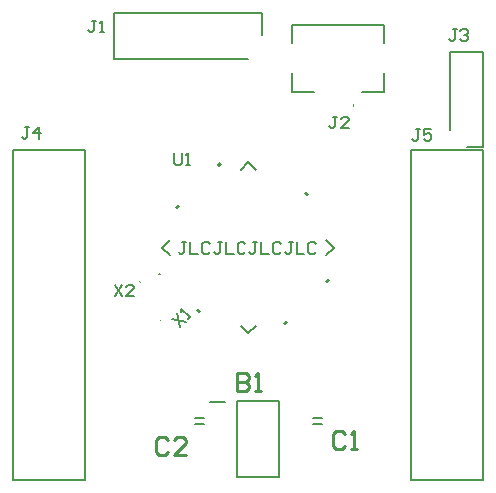
<source format=gto>
G04*
G04 #@! TF.GenerationSoftware,Altium Limited,Altium Designer,23.11.1 (41)*
G04*
G04 Layer_Color=65535*
%FSLAX25Y25*%
%MOIN*%
G70*
G04*
G04 #@! TF.SameCoordinates,699D02C0-9AC9-4603-9118-91A02CF6E2C1*
G04*
G04*
G04 #@! TF.FilePolarity,Positive*
G04*
G01*
G75*
%ADD10C,0.00600*%
%ADD11C,0.00394*%
%ADD12C,0.00787*%
%ADD13C,0.00500*%
%ADD14C,0.00602*%
%ADD15C,0.01000*%
G36*
X61922Y58806D02*
X61215Y58099D01*
X62275Y57039D01*
X62982Y57746D01*
X61922Y58806D01*
D02*
G37*
G36*
X91383Y54631D02*
X90322Y53570D01*
X91029Y52863D01*
X92090Y53923D01*
X91383Y54631D01*
D02*
G37*
G36*
X105302Y68550D02*
X104242Y67489D01*
X104949Y66782D01*
X106009Y67843D01*
X105302Y68550D01*
D02*
G37*
G36*
X56023Y92775D02*
X54962Y91714D01*
X54255Y92421D01*
X55315Y93482D01*
X56023Y92775D01*
D02*
G37*
G36*
X69942Y106694D02*
X68881Y105634D01*
X68174Y106341D01*
X69235Y107401D01*
X69942Y106694D01*
D02*
G37*
G36*
X97282Y96951D02*
X97989Y97658D01*
X99050Y96597D01*
X98343Y95890D01*
X97282Y96951D01*
D02*
G37*
D10*
X49529Y70108D02*
X48928D01*
X49529D01*
X50173Y78740D02*
X52668Y81236D01*
X78740Y107307D02*
X81236Y104812D01*
X104812Y76245D02*
X107307Y78740D01*
X76245Y52668D02*
X78740Y50173D01*
X50173Y78740D02*
X52668Y76245D01*
X76245Y104812D02*
X78740Y107307D01*
X104812Y81236D02*
X107307Y78740D01*
X78740Y50173D02*
X81236Y52668D01*
D11*
X42712Y67430D02*
X42434Y67708D01*
X42712Y67430D01*
X113842Y126508D02*
Y126114D01*
Y126508D01*
X49494Y54767D02*
X49216Y54489D01*
X49494Y54767D01*
D12*
X24374Y1299D02*
Y111299D01*
X374Y1299D02*
X24374D01*
X374D02*
Y111299D01*
X15374D01*
X10374D02*
X24374D01*
X75110Y27795D02*
X88890D01*
Y2205D02*
Y27795D01*
X75110Y2205D02*
X88890D01*
X75110D02*
Y27795D01*
X66154Y27303D02*
X71075D01*
X124079Y147118D02*
Y152945D01*
X93370D02*
X124079D01*
X93370Y147118D02*
Y152945D01*
X124079Y130780D02*
Y136882D01*
X116598Y130780D02*
X124079D01*
X93370D02*
X100850D01*
X93370D02*
Y136882D01*
X83512Y149606D02*
Y157106D01*
X33965D02*
X83512D01*
X33965Y141606D02*
Y157106D01*
Y141606D02*
X75740D01*
X78740D01*
X151575Y112323D02*
X157087D01*
Y143898D01*
X146063D02*
X157087D01*
X146063Y118110D02*
Y143898D01*
X143051Y111299D02*
X157051D01*
X133051D02*
X148051D01*
X133051Y1299D02*
Y111299D01*
Y1299D02*
X157051D01*
Y111299D01*
X58165Y80713D02*
X56853D01*
X57509D01*
Y77433D01*
X56853Y76777D01*
X56198D01*
X55541Y77433D01*
X59477Y80713D02*
Y76777D01*
X62101D01*
X66037Y80057D02*
X65381Y80713D01*
X64069D01*
X63413Y80057D01*
Y77433D01*
X64069Y76777D01*
X65381D01*
X66037Y77433D01*
X69973Y80713D02*
X68661D01*
X69317D01*
Y77433D01*
X68661Y76777D01*
X68005D01*
X67349Y77433D01*
X71285Y80713D02*
Y76777D01*
X73908D01*
X77844Y80057D02*
X77188Y80713D01*
X75876D01*
X75220Y80057D01*
Y77433D01*
X75876Y76777D01*
X77188D01*
X77844Y77433D01*
X81780Y80713D02*
X80468D01*
X81124D01*
Y77433D01*
X80468Y76777D01*
X79812D01*
X79156Y77433D01*
X83092Y80713D02*
Y76777D01*
X85716D01*
X89651Y80057D02*
X88995Y80713D01*
X87683D01*
X87027Y80057D01*
Y77433D01*
X87683Y76777D01*
X88995D01*
X89651Y77433D01*
X93587Y80713D02*
X92275D01*
X92931D01*
Y77433D01*
X92275Y76777D01*
X91619D01*
X90963Y77433D01*
X94899Y80713D02*
Y76777D01*
X97523D01*
X101459Y80057D02*
X100803Y80713D01*
X99491D01*
X98835Y80057D01*
Y77433D01*
X99491Y76777D01*
X100803D01*
X101459Y77433D01*
D13*
X100500Y22000D02*
X103500D01*
X100500Y20000D02*
X103500D01*
X61000Y22000D02*
X64000D01*
X61000Y20000D02*
X64000D01*
D14*
X54116Y110208D02*
Y106928D01*
X54772Y106272D01*
X56084D01*
X56740Y106928D01*
Y110208D01*
X58052Y106272D02*
X59364D01*
X58708D01*
Y110208D01*
X58052Y109552D01*
X5844Y118968D02*
X4532D01*
X5188D01*
Y115688D01*
X4532Y115032D01*
X3876D01*
X3220Y115688D01*
X9124Y115032D02*
Y118968D01*
X7156Y117000D01*
X9780D01*
X34220Y66468D02*
X36844Y62532D01*
Y66468D02*
X34220Y62532D01*
X40780D02*
X38156D01*
X40780Y65156D01*
Y65812D01*
X40124Y66468D01*
X38812D01*
X38156Y65812D01*
X108344Y122468D02*
X107032D01*
X107688D01*
Y119188D01*
X107032Y118532D01*
X106376D01*
X105720Y119188D01*
X112280Y118532D02*
X109656D01*
X112280Y121156D01*
Y121812D01*
X111624Y122468D01*
X110312D01*
X109656Y121812D01*
X28000Y154468D02*
X26688D01*
X27344D01*
Y151188D01*
X26688Y150532D01*
X26032D01*
X25376Y151188D01*
X29312Y150532D02*
X30624D01*
X29968D01*
Y154468D01*
X29312Y153812D01*
X53253Y55036D02*
X57891Y54109D01*
X55108Y56892D02*
X56036Y52253D01*
X58819Y55036D02*
X59747Y55964D01*
X59283Y55500D01*
X56500Y58283D01*
Y57355D01*
X148224Y151536D02*
X146912D01*
X147568D01*
Y148256D01*
X146912Y147600D01*
X146256D01*
X145600Y148256D01*
X149536Y150880D02*
X150192Y151536D01*
X151504D01*
X152160Y150880D01*
Y150224D01*
X151504Y149568D01*
X150848D01*
X151504D01*
X152160Y148912D01*
Y148256D01*
X151504Y147600D01*
X150192D01*
X149536Y148256D01*
X135924Y118236D02*
X134612D01*
X135268D01*
Y114956D01*
X134612Y114300D01*
X133956D01*
X133300Y114956D01*
X139860Y118236D02*
X137236D01*
Y116268D01*
X138548Y116924D01*
X139204D01*
X139860Y116268D01*
Y114956D01*
X139204Y114300D01*
X137892D01*
X137236Y114956D01*
D15*
X111000Y16499D02*
X110000Y17499D01*
X108001D01*
X107001Y16499D01*
Y12501D01*
X108001Y11501D01*
X110000D01*
X111000Y12501D01*
X112999Y11501D02*
X114999D01*
X113999D01*
Y17499D01*
X112999Y16499D01*
X75001Y36999D02*
Y31001D01*
X78000D01*
X79000Y32001D01*
Y33000D01*
X78000Y34000D01*
X75001D01*
X78000D01*
X79000Y35000D01*
Y35999D01*
X78000Y36999D01*
X75001D01*
X80999Y31001D02*
X82999D01*
X81999D01*
Y36999D01*
X80999Y35999D01*
X52000Y14499D02*
X51001Y15499D01*
X49001D01*
X48002Y14499D01*
Y10501D01*
X49001Y9501D01*
X51001D01*
X52000Y10501D01*
X57998Y9501D02*
X54000D01*
X57998Y13500D01*
Y14499D01*
X56999Y15499D01*
X54999D01*
X54000Y14499D01*
M02*

</source>
